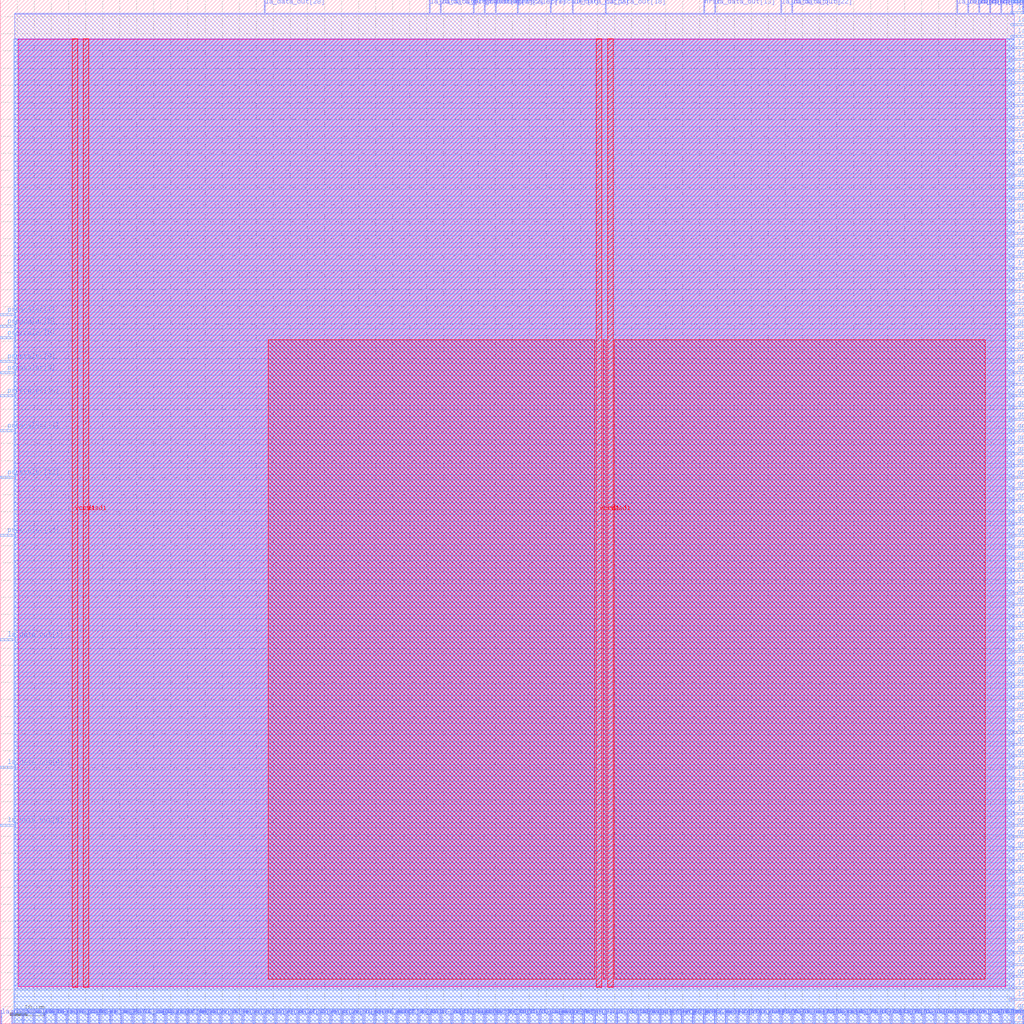
<source format=lef>
VERSION 5.7 ;
  NOWIREEXTENSIONATPIN ON ;
  DIVIDERCHAR "/" ;
  BUSBITCHARS "[]" ;
MACRO team_00
  CLASS BLOCK ;
  FOREIGN team_00 ;
  ORIGIN 0.000 0.000 ;
  SIZE 300.000 BY 300.000 ;
  PIN clk
    DIRECTION INPUT ;
    USE SIGNAL ;
    ANTENNAGATEAREA 1.286700 ;
    ANTENNADIFFAREA 0.434700 ;
    PORT
      LAYER met3 ;
        RECT 296.000 255.040 300.000 255.640 ;
    END
  END clk
  PIN done
    DIRECTION OUTPUT ;
    USE SIGNAL ;
    ANTENNADIFFAREA 0.445500 ;
    PORT
      LAYER met2 ;
        RECT 170.750 0.000 171.030 4.000 ;
    END
  END done
  PIN en
    DIRECTION INPUT ;
    USE SIGNAL ;
    ANTENNAGATEAREA 0.593700 ;
    ANTENNADIFFAREA 0.434700 ;
    PORT
      LAYER met3 ;
        RECT 296.000 0.040 300.000 0.640 ;
    END
  END en
  PIN gpio_in[0]
    DIRECTION INPUT ;
    USE SIGNAL ;
    PORT
      LAYER met2 ;
        RECT 19.410 0.000 19.690 4.000 ;
    END
  END gpio_in[0]
  PIN gpio_in[10]
    DIRECTION INPUT ;
    USE SIGNAL ;
    PORT
      LAYER met2 ;
        RECT 299.550 0.000 299.830 4.000 ;
    END
  END gpio_in[10]
  PIN gpio_in[11]
    DIRECTION INPUT ;
    USE SIGNAL ;
    PORT
      LAYER met2 ;
        RECT 144.990 0.000 145.270 4.000 ;
    END
  END gpio_in[11]
  PIN gpio_in[12]
    DIRECTION INPUT ;
    USE SIGNAL ;
    PORT
      LAYER met2 ;
        RECT 70.930 0.000 71.210 4.000 ;
    END
  END gpio_in[12]
  PIN gpio_in[13]
    DIRECTION INPUT ;
    USE SIGNAL ;
    PORT
      LAYER met2 ;
        RECT 141.770 0.000 142.050 4.000 ;
    END
  END gpio_in[13]
  PIN gpio_in[14]
    DIRECTION INPUT ;
    USE SIGNAL ;
    PORT
      LAYER met2 ;
        RECT 32.290 0.000 32.570 4.000 ;
    END
  END gpio_in[14]
  PIN gpio_in[15]
    DIRECTION INPUT ;
    USE SIGNAL ;
    PORT
      LAYER met2 ;
        RECT 29.070 0.000 29.350 4.000 ;
    END
  END gpio_in[15]
  PIN gpio_in[16]
    DIRECTION INPUT ;
    USE SIGNAL ;
    PORT
      LAYER met2 ;
        RECT 61.270 0.000 61.550 4.000 ;
    END
  END gpio_in[16]
  PIN gpio_in[17]
    DIRECTION INPUT ;
    USE SIGNAL ;
    PORT
      LAYER met2 ;
        RECT 296.330 0.000 296.610 4.000 ;
    END
  END gpio_in[17]
  PIN gpio_in[18]
    DIRECTION INPUT ;
    USE SIGNAL ;
    PORT
      LAYER met2 ;
        RECT 51.610 0.000 51.890 4.000 ;
    END
  END gpio_in[18]
  PIN gpio_in[19]
    DIRECTION INPUT ;
    USE SIGNAL ;
    PORT
      LAYER met2 ;
        RECT 283.450 0.000 283.730 4.000 ;
    END
  END gpio_in[19]
  PIN gpio_in[1]
    DIRECTION INPUT ;
    USE SIGNAL ;
    PORT
      LAYER met2 ;
        RECT 38.730 0.000 39.010 4.000 ;
    END
  END gpio_in[1]
  PIN gpio_in[20]
    DIRECTION INPUT ;
    USE SIGNAL ;
    PORT
      LAYER met2 ;
        RECT 58.050 0.000 58.330 4.000 ;
    END
  END gpio_in[20]
  PIN gpio_in[21]
    DIRECTION INPUT ;
    USE SIGNAL ;
    PORT
      LAYER met2 ;
        RECT 109.570 0.000 109.850 4.000 ;
    END
  END gpio_in[21]
  PIN gpio_in[22]
    DIRECTION INPUT ;
    USE SIGNAL ;
    PORT
      LAYER met2 ;
        RECT 54.830 0.000 55.110 4.000 ;
    END
  END gpio_in[22]
  PIN gpio_in[23]
    DIRECTION INPUT ;
    USE SIGNAL ;
    PORT
      LAYER met2 ;
        RECT 116.010 0.000 116.290 4.000 ;
    END
  END gpio_in[23]
  PIN gpio_in[24]
    DIRECTION INPUT ;
    USE SIGNAL ;
    PORT
      LAYER met2 ;
        RECT 248.030 0.000 248.310 4.000 ;
    END
  END gpio_in[24]
  PIN gpio_in[25]
    DIRECTION INPUT ;
    USE SIGNAL ;
    PORT
      LAYER met2 ;
        RECT 67.710 0.000 67.990 4.000 ;
    END
  END gpio_in[25]
  PIN gpio_in[26]
    DIRECTION INPUT ;
    USE SIGNAL ;
    PORT
      LAYER met2 ;
        RECT 93.470 0.000 93.750 4.000 ;
    END
  END gpio_in[26]
  PIN gpio_in[27]
    DIRECTION INPUT ;
    USE SIGNAL ;
    PORT
      LAYER met2 ;
        RECT 64.490 0.000 64.770 4.000 ;
    END
  END gpio_in[27]
  PIN gpio_in[28]
    DIRECTION INPUT ;
    USE SIGNAL ;
    PORT
      LAYER met2 ;
        RECT 6.530 0.000 6.810 4.000 ;
    END
  END gpio_in[28]
  PIN gpio_in[29]
    DIRECTION INPUT ;
    USE SIGNAL ;
    PORT
      LAYER met2 ;
        RECT 87.030 0.000 87.310 4.000 ;
    END
  END gpio_in[29]
  PIN gpio_in[2]
    DIRECTION INPUT ;
    USE SIGNAL ;
    PORT
      LAYER met2 ;
        RECT 74.150 0.000 74.430 4.000 ;
    END
  END gpio_in[2]
  PIN gpio_in[30]
    DIRECTION INPUT ;
    USE SIGNAL ;
    PORT
      LAYER met2 ;
        RECT 77.370 0.000 77.650 4.000 ;
    END
  END gpio_in[30]
  PIN gpio_in[31]
    DIRECTION INPUT ;
    USE SIGNAL ;
    PORT
      LAYER met2 ;
        RECT 80.590 0.000 80.870 4.000 ;
    END
  END gpio_in[31]
  PIN gpio_in[32]
    DIRECTION INPUT ;
    USE SIGNAL ;
    PORT
      LAYER met2 ;
        RECT 83.810 0.000 84.090 4.000 ;
    END
  END gpio_in[32]
  PIN gpio_in[33]
    DIRECTION INPUT ;
    USE SIGNAL ;
    PORT
      LAYER met2 ;
        RECT 103.130 0.000 103.410 4.000 ;
    END
  END gpio_in[33]
  PIN gpio_in[3]
    DIRECTION INPUT ;
    USE SIGNAL ;
    PORT
      LAYER met2 ;
        RECT 90.250 0.000 90.530 4.000 ;
    END
  END gpio_in[3]
  PIN gpio_in[4]
    DIRECTION INPUT ;
    USE SIGNAL ;
    PORT
      LAYER met2 ;
        RECT 125.670 0.000 125.950 4.000 ;
    END
  END gpio_in[4]
  PIN gpio_in[5]
    DIRECTION INPUT ;
    USE SIGNAL ;
    PORT
      LAYER met2 ;
        RECT 96.690 0.000 96.970 4.000 ;
    END
  END gpio_in[5]
  PIN gpio_in[6]
    DIRECTION INPUT ;
    USE SIGNAL ;
    PORT
      LAYER met2 ;
        RECT 99.910 0.000 100.190 4.000 ;
    END
  END gpio_in[6]
  PIN gpio_in[7]
    DIRECTION INPUT ;
    USE SIGNAL ;
    PORT
      LAYER met2 ;
        RECT 119.230 0.000 119.510 4.000 ;
    END
  END gpio_in[7]
  PIN gpio_in[8]
    DIRECTION INPUT ;
    USE SIGNAL ;
    PORT
      LAYER met2 ;
        RECT 164.310 0.000 164.590 4.000 ;
    END
  END gpio_in[8]
  PIN gpio_in[9]
    DIRECTION INPUT ;
    USE SIGNAL ;
    PORT
      LAYER met2 ;
        RECT 167.530 0.000 167.810 4.000 ;
    END
  END gpio_in[9]
  PIN gpio_oeb[0]
    DIRECTION OUTPUT ;
    USE SIGNAL ;
    ANTENNADIFFAREA 0.445500 ;
    PORT
      LAYER met3 ;
        RECT 296.000 251.640 300.000 252.240 ;
    END
  END gpio_oeb[0]
  PIN gpio_oeb[10]
    DIRECTION OUTPUT ;
    USE SIGNAL ;
    ANTENNADIFFAREA 0.445500 ;
    PORT
      LAYER met3 ;
        RECT 296.000 176.840 300.000 177.440 ;
    END
  END gpio_oeb[10]
  PIN gpio_oeb[11]
    DIRECTION OUTPUT ;
    USE SIGNAL ;
    ANTENNADIFFAREA 0.445500 ;
    PORT
      LAYER met3 ;
        RECT 296.000 224.440 300.000 225.040 ;
    END
  END gpio_oeb[11]
  PIN gpio_oeb[12]
    DIRECTION OUTPUT ;
    USE SIGNAL ;
    ANTENNADIFFAREA 0.445500 ;
    PORT
      LAYER met3 ;
        RECT 296.000 156.440 300.000 157.040 ;
    END
  END gpio_oeb[12]
  PIN gpio_oeb[13]
    DIRECTION OUTPUT ;
    USE SIGNAL ;
    ANTENNADIFFAREA 0.445500 ;
    PORT
      LAYER met3 ;
        RECT 296.000 153.040 300.000 153.640 ;
    END
  END gpio_oeb[13]
  PIN gpio_oeb[14]
    DIRECTION OUTPUT ;
    USE SIGNAL ;
    ANTENNADIFFAREA 0.445500 ;
    PORT
      LAYER met3 ;
        RECT 296.000 200.640 300.000 201.240 ;
    END
  END gpio_oeb[14]
  PIN gpio_oeb[15]
    DIRECTION OUTPUT ;
    USE SIGNAL ;
    ANTENNADIFFAREA 0.445500 ;
    PORT
      LAYER met3 ;
        RECT 296.000 146.240 300.000 146.840 ;
    END
  END gpio_oeb[15]
  PIN gpio_oeb[16]
    DIRECTION OUTPUT ;
    USE SIGNAL ;
    ANTENNADIFFAREA 0.445500 ;
    PORT
      LAYER met3 ;
        RECT 296.000 170.040 300.000 170.640 ;
    END
  END gpio_oeb[16]
  PIN gpio_oeb[17]
    DIRECTION OUTPUT ;
    USE SIGNAL ;
    ANTENNADIFFAREA 0.445500 ;
    PORT
      LAYER met3 ;
        RECT 296.000 115.640 300.000 116.240 ;
    END
  END gpio_oeb[17]
  PIN gpio_oeb[18]
    DIRECTION OUTPUT ;
    USE SIGNAL ;
    ANTENNADIFFAREA 0.445500 ;
    PORT
      LAYER met3 ;
        RECT 296.000 193.840 300.000 194.440 ;
    END
  END gpio_oeb[18]
  PIN gpio_oeb[19]
    DIRECTION OUTPUT ;
    USE SIGNAL ;
    ANTENNADIFFAREA 0.445500 ;
    PORT
      LAYER met3 ;
        RECT 296.000 163.240 300.000 163.840 ;
    END
  END gpio_oeb[19]
  PIN gpio_oeb[1]
    DIRECTION OUTPUT ;
    USE SIGNAL ;
    ANTENNADIFFAREA 0.445500 ;
    PORT
      LAYER met3 ;
        RECT 296.000 238.040 300.000 238.640 ;
    END
  END gpio_oeb[1]
  PIN gpio_oeb[20]
    DIRECTION OUTPUT ;
    USE SIGNAL ;
    ANTENNADIFFAREA 0.445500 ;
    PORT
      LAYER met3 ;
        RECT 296.000 3.440 300.000 4.040 ;
    END
  END gpio_oeb[20]
  PIN gpio_oeb[21]
    DIRECTION OUTPUT ;
    USE SIGNAL ;
    ANTENNADIFFAREA 0.445500 ;
    PORT
      LAYER met3 ;
        RECT 296.000 159.840 300.000 160.440 ;
    END
  END gpio_oeb[21]
  PIN gpio_oeb[22]
    DIRECTION OUTPUT ;
    USE SIGNAL ;
    ANTENNADIFFAREA 0.445500 ;
    PORT
      LAYER met3 ;
        RECT 296.000 183.640 300.000 184.240 ;
    END
  END gpio_oeb[22]
  PIN gpio_oeb[23]
    DIRECTION OUTPUT ;
    USE SIGNAL ;
    ANTENNADIFFAREA 0.445500 ;
    PORT
      LAYER met3 ;
        RECT 296.000 227.840 300.000 228.440 ;
    END
  END gpio_oeb[23]
  PIN gpio_oeb[24]
    DIRECTION OUTPUT ;
    USE SIGNAL ;
    ANTENNADIFFAREA 0.445500 ;
    PORT
      LAYER met3 ;
        RECT 296.000 190.440 300.000 191.040 ;
    END
  END gpio_oeb[24]
  PIN gpio_oeb[25]
    DIRECTION OUTPUT ;
    USE SIGNAL ;
    ANTENNADIFFAREA 0.445500 ;
    PORT
      LAYER met3 ;
        RECT 296.000 248.240 300.000 248.840 ;
    END
  END gpio_oeb[25]
  PIN gpio_oeb[26]
    DIRECTION OUTPUT ;
    USE SIGNAL ;
    ANTENNADIFFAREA 0.445500 ;
    PORT
      LAYER met3 ;
        RECT 296.000 180.240 300.000 180.840 ;
    END
  END gpio_oeb[26]
  PIN gpio_oeb[27]
    DIRECTION OUTPUT ;
    USE SIGNAL ;
    ANTENNADIFFAREA 0.445500 ;
    PORT
      LAYER met3 ;
        RECT 296.000 204.040 300.000 204.640 ;
    END
  END gpio_oeb[27]
  PIN gpio_oeb[28]
    DIRECTION OUTPUT ;
    USE SIGNAL ;
    ANTENNADIFFAREA 0.445500 ;
    PORT
      LAYER met3 ;
        RECT 296.000 173.440 300.000 174.040 ;
    END
  END gpio_oeb[28]
  PIN gpio_oeb[29]
    DIRECTION OUTPUT ;
    USE SIGNAL ;
    ANTENNADIFFAREA 0.445500 ;
    PORT
      LAYER met3 ;
        RECT 296.000 125.840 300.000 126.440 ;
    END
  END gpio_oeb[29]
  PIN gpio_oeb[2]
    DIRECTION OUTPUT ;
    USE SIGNAL ;
    ANTENNADIFFAREA 0.445500 ;
    PORT
      LAYER met3 ;
        RECT 296.000 136.040 300.000 136.640 ;
    END
  END gpio_oeb[2]
  PIN gpio_oeb[30]
    DIRECTION OUTPUT ;
    USE SIGNAL ;
    ANTENNADIFFAREA 0.445500 ;
    PORT
      LAYER met3 ;
        RECT 296.000 207.440 300.000 208.040 ;
    END
  END gpio_oeb[30]
  PIN gpio_oeb[31]
    DIRECTION OUTPUT ;
    USE SIGNAL ;
    ANTENNADIFFAREA 0.445500 ;
    PORT
      LAYER met3 ;
        RECT 296.000 244.840 300.000 245.440 ;
    END
  END gpio_oeb[31]
  PIN gpio_oeb[32]
    DIRECTION OUTPUT ;
    USE SIGNAL ;
    ANTENNADIFFAREA 0.445500 ;
    PORT
      LAYER met3 ;
        RECT 296.000 241.440 300.000 242.040 ;
    END
  END gpio_oeb[32]
  PIN gpio_oeb[33]
    DIRECTION OUTPUT ;
    USE SIGNAL ;
    ANTENNADIFFAREA 0.445500 ;
    PORT
      LAYER met3 ;
        RECT 296.000 139.440 300.000 140.040 ;
    END
  END gpio_oeb[33]
  PIN gpio_oeb[3]
    DIRECTION OUTPUT ;
    USE SIGNAL ;
    ANTENNADIFFAREA 0.445500 ;
    PORT
      LAYER met3 ;
        RECT 296.000 142.840 300.000 143.440 ;
    END
  END gpio_oeb[3]
  PIN gpio_oeb[4]
    DIRECTION OUTPUT ;
    USE SIGNAL ;
    ANTENNADIFFAREA 0.445500 ;
    PORT
      LAYER met3 ;
        RECT 296.000 197.240 300.000 197.840 ;
    END
  END gpio_oeb[4]
  PIN gpio_oeb[5]
    DIRECTION OUTPUT ;
    USE SIGNAL ;
    ANTENNADIFFAREA 0.445500 ;
    PORT
      LAYER met3 ;
        RECT 296.000 149.640 300.000 150.240 ;
    END
  END gpio_oeb[5]
  PIN gpio_oeb[6]
    DIRECTION OUTPUT ;
    USE SIGNAL ;
    ANTENNADIFFAREA 0.445500 ;
    PORT
      LAYER met3 ;
        RECT 296.000 166.640 300.000 167.240 ;
    END
  END gpio_oeb[6]
  PIN gpio_oeb[7]
    DIRECTION OUTPUT ;
    USE SIGNAL ;
    ANTENNADIFFAREA 0.445500 ;
    PORT
      LAYER met3 ;
        RECT 296.000 122.440 300.000 123.040 ;
    END
  END gpio_oeb[7]
  PIN gpio_oeb[8]
    DIRECTION OUTPUT ;
    USE SIGNAL ;
    ANTENNADIFFAREA 0.445500 ;
    PORT
      LAYER met3 ;
        RECT 296.000 132.640 300.000 133.240 ;
    END
  END gpio_oeb[8]
  PIN gpio_oeb[9]
    DIRECTION OUTPUT ;
    USE SIGNAL ;
    ANTENNADIFFAREA 0.445500 ;
    PORT
      LAYER met3 ;
        RECT 296.000 217.640 300.000 218.240 ;
    END
  END gpio_oeb[9]
  PIN gpio_out[0]
    DIRECTION OUTPUT ;
    USE SIGNAL ;
    ANTENNADIFFAREA 0.445500 ;
    PORT
      LAYER met2 ;
        RECT 196.510 0.000 196.790 4.000 ;
    END
  END gpio_out[0]
  PIN gpio_out[10]
    DIRECTION OUTPUT ;
    USE SIGNAL ;
    ANTENNADIFFAREA 0.445500 ;
    PORT
      LAYER met3 ;
        RECT 296.000 13.640 300.000 14.240 ;
    END
  END gpio_out[10]
  PIN gpio_out[11]
    DIRECTION OUTPUT ;
    USE SIGNAL ;
    ANTENNADIFFAREA 0.445500 ;
    PORT
      LAYER met3 ;
        RECT 296.000 54.440 300.000 55.040 ;
    END
  END gpio_out[11]
  PIN gpio_out[12]
    DIRECTION OUTPUT ;
    USE SIGNAL ;
    ANTENNADIFFAREA 0.445500 ;
    PORT
      LAYER met3 ;
        RECT 296.000 20.440 300.000 21.040 ;
    END
  END gpio_out[12]
  PIN gpio_out[13]
    DIRECTION OUTPUT ;
    USE SIGNAL ;
    ANTENNADIFFAREA 0.445500 ;
    PORT
      LAYER met3 ;
        RECT 296.000 30.640 300.000 31.240 ;
    END
  END gpio_out[13]
  PIN gpio_out[14]
    DIRECTION OUTPUT ;
    USE SIGNAL ;
    ANTENNADIFFAREA 0.445500 ;
    PORT
      LAYER met3 ;
        RECT 296.000 40.840 300.000 41.440 ;
    END
  END gpio_out[14]
  PIN gpio_out[15]
    DIRECTION OUTPUT ;
    USE SIGNAL ;
    ANTENNADIFFAREA 0.445500 ;
    PORT
      LAYER met3 ;
        RECT 296.000 88.440 300.000 89.040 ;
    END
  END gpio_out[15]
  PIN gpio_out[16]
    DIRECTION OUTPUT ;
    USE SIGNAL ;
    ANTENNADIFFAREA 0.445500 ;
    PORT
      LAYER met3 ;
        RECT 296.000 91.840 300.000 92.440 ;
    END
  END gpio_out[16]
  PIN gpio_out[17]
    DIRECTION OUTPUT ;
    USE SIGNAL ;
    ANTENNADIFFAREA 0.445500 ;
    PORT
      LAYER met3 ;
        RECT 296.000 51.040 300.000 51.640 ;
    END
  END gpio_out[17]
  PIN gpio_out[18]
    DIRECTION OUTPUT ;
    USE SIGNAL ;
    ANTENNADIFFAREA 0.445500 ;
    PORT
      LAYER met3 ;
        RECT 296.000 44.240 300.000 44.840 ;
    END
  END gpio_out[18]
  PIN gpio_out[19]
    DIRECTION OUTPUT ;
    USE SIGNAL ;
    ANTENNADIFFAREA 0.445500 ;
    PORT
      LAYER met2 ;
        RECT 219.050 0.000 219.330 4.000 ;
    END
  END gpio_out[19]
  PIN gpio_out[1]
    DIRECTION OUTPUT ;
    USE SIGNAL ;
    ANTENNADIFFAREA 0.445500 ;
    PORT
      LAYER met3 ;
        RECT 296.000 27.240 300.000 27.840 ;
    END
  END gpio_out[1]
  PIN gpio_out[20]
    DIRECTION OUTPUT ;
    USE SIGNAL ;
    ANTENNADIFFAREA 0.445500 ;
    PORT
      LAYER met2 ;
        RECT 209.390 0.000 209.670 4.000 ;
    END
  END gpio_out[20]
  PIN gpio_out[21]
    DIRECTION OUTPUT ;
    USE SIGNAL ;
    ANTENNADIFFAREA 0.445500 ;
    PORT
      LAYER met3 ;
        RECT 296.000 108.840 300.000 109.440 ;
    END
  END gpio_out[21]
  PIN gpio_out[22]
    DIRECTION OUTPUT ;
    USE SIGNAL ;
    ANTENNADIFFAREA 0.445500 ;
    PORT
      LAYER met3 ;
        RECT 296.000 105.440 300.000 106.040 ;
    END
  END gpio_out[22]
  PIN gpio_out[23]
    DIRECTION OUTPUT ;
    USE SIGNAL ;
    ANTENNADIFFAREA 0.445500 ;
    PORT
      LAYER met3 ;
        RECT 296.000 57.840 300.000 58.440 ;
    END
  END gpio_out[23]
  PIN gpio_out[24]
    DIRECTION OUTPUT ;
    USE SIGNAL ;
    ANTENNADIFFAREA 0.445500 ;
    PORT
      LAYER met3 ;
        RECT 296.000 64.640 300.000 65.240 ;
    END
  END gpio_out[24]
  PIN gpio_out[25]
    DIRECTION OUTPUT ;
    USE SIGNAL ;
    ANTENNADIFFAREA 0.445500 ;
    PORT
      LAYER met3 ;
        RECT 296.000 74.840 300.000 75.440 ;
    END
  END gpio_out[25]
  PIN gpio_out[26]
    DIRECTION OUTPUT ;
    USE SIGNAL ;
    ANTENNADIFFAREA 0.445500 ;
    PORT
      LAYER met3 ;
        RECT 296.000 98.640 300.000 99.240 ;
    END
  END gpio_out[26]
  PIN gpio_out[27]
    DIRECTION OUTPUT ;
    USE SIGNAL ;
    ANTENNADIFFAREA 0.445500 ;
    PORT
      LAYER met3 ;
        RECT 296.000 78.240 300.000 78.840 ;
    END
  END gpio_out[27]
  PIN gpio_out[28]
    DIRECTION OUTPUT ;
    USE SIGNAL ;
    ANTENNADIFFAREA 0.445500 ;
    PORT
      LAYER met3 ;
        RECT 296.000 112.240 300.000 112.840 ;
    END
  END gpio_out[28]
  PIN gpio_out[29]
    DIRECTION OUTPUT ;
    USE SIGNAL ;
    ANTENNADIFFAREA 0.445500 ;
    PORT
      LAYER met3 ;
        RECT 296.000 34.040 300.000 34.640 ;
    END
  END gpio_out[29]
  PIN gpio_out[2]
    DIRECTION OUTPUT ;
    USE SIGNAL ;
    ANTENNADIFFAREA 0.445500 ;
    PORT
      LAYER met3 ;
        RECT 296.000 102.040 300.000 102.640 ;
    END
  END gpio_out[2]
  PIN gpio_out[30]
    DIRECTION OUTPUT ;
    USE SIGNAL ;
    ANTENNADIFFAREA 0.445500 ;
    PORT
      LAYER met3 ;
        RECT 296.000 23.840 300.000 24.440 ;
    END
  END gpio_out[30]
  PIN gpio_out[31]
    DIRECTION OUTPUT ;
    USE SIGNAL ;
    ANTENNADIFFAREA 0.445500 ;
    PORT
      LAYER met2 ;
        RECT 190.070 0.000 190.350 4.000 ;
    END
  END gpio_out[31]
  PIN gpio_out[32]
    DIRECTION OUTPUT ;
    USE SIGNAL ;
    ANTENNADIFFAREA 0.445500 ;
    PORT
      LAYER met2 ;
        RECT 199.730 0.000 200.010 4.000 ;
    END
  END gpio_out[32]
  PIN gpio_out[33]
    DIRECTION OUTPUT ;
    USE SIGNAL ;
    ANTENNADIFFAREA 0.445500 ;
    PORT
      LAYER met2 ;
        RECT 193.290 0.000 193.570 4.000 ;
    END
  END gpio_out[33]
  PIN gpio_out[3]
    DIRECTION OUTPUT ;
    USE SIGNAL ;
    ANTENNADIFFAREA 0.445500 ;
    PORT
      LAYER met2 ;
        RECT 212.610 0.000 212.890 4.000 ;
    END
  END gpio_out[3]
  PIN gpio_out[4]
    DIRECTION OUTPUT ;
    USE SIGNAL ;
    ANTENNADIFFAREA 0.445500 ;
    PORT
      LAYER met2 ;
        RECT 206.170 0.000 206.450 4.000 ;
    END
  END gpio_out[4]
  PIN gpio_out[5]
    DIRECTION OUTPUT ;
    USE SIGNAL ;
    ANTENNADIFFAREA 0.445500 ;
    PORT
      LAYER met3 ;
        RECT 296.000 37.440 300.000 38.040 ;
    END
  END gpio_out[5]
  PIN gpio_out[6]
    DIRECTION OUTPUT ;
    USE SIGNAL ;
    ANTENNADIFFAREA 0.445500 ;
    PORT
      LAYER met3 ;
        RECT 296.000 47.640 300.000 48.240 ;
    END
  END gpio_out[6]
  PIN gpio_out[7]
    DIRECTION OUTPUT ;
    USE SIGNAL ;
    ANTENNADIFFAREA 0.445500 ;
    PORT
      LAYER met3 ;
        RECT 296.000 95.240 300.000 95.840 ;
    END
  END gpio_out[7]
  PIN gpio_out[8]
    DIRECTION OUTPUT ;
    USE SIGNAL ;
    ANTENNADIFFAREA 0.445500 ;
    PORT
      LAYER met3 ;
        RECT 296.000 81.640 300.000 82.240 ;
    END
  END gpio_out[8]
  PIN gpio_out[9]
    DIRECTION OUTPUT ;
    USE SIGNAL ;
    ANTENNADIFFAREA 0.445500 ;
    PORT
      LAYER met3 ;
        RECT 296.000 85.040 300.000 85.640 ;
    END
  END gpio_out[9]
  PIN la_data_in[0]
    DIRECTION INPUT ;
    USE SIGNAL ;
    ANTENNAGATEAREA 0.631200 ;
    ANTENNADIFFAREA 0.434700 ;
    PORT
      LAYER met3 ;
        RECT 296.000 129.240 300.000 129.840 ;
    END
  END la_data_in[0]
  PIN la_data_in[10]
    DIRECTION INPUT ;
    USE SIGNAL ;
    PORT
      LAYER met2 ;
        RECT 112.790 0.000 113.070 4.000 ;
    END
  END la_data_in[10]
  PIN la_data_in[11]
    DIRECTION INPUT ;
    USE SIGNAL ;
    PORT
      LAYER met2 ;
        RECT 270.570 0.000 270.850 4.000 ;
    END
  END la_data_in[11]
  PIN la_data_in[12]
    DIRECTION INPUT ;
    USE SIGNAL ;
    PORT
      LAYER met2 ;
        RECT 138.550 0.000 138.830 4.000 ;
    END
  END la_data_in[12]
  PIN la_data_in[13]
    DIRECTION INPUT ;
    USE SIGNAL ;
    PORT
      LAYER met2 ;
        RECT 122.450 0.000 122.730 4.000 ;
    END
  END la_data_in[13]
  PIN la_data_in[14]
    DIRECTION INPUT ;
    USE SIGNAL ;
    PORT
      LAYER met2 ;
        RECT 45.170 0.000 45.450 4.000 ;
    END
  END la_data_in[14]
  PIN la_data_in[15]
    DIRECTION INPUT ;
    USE SIGNAL ;
    PORT
      LAYER met2 ;
        RECT 128.890 0.000 129.170 4.000 ;
    END
  END la_data_in[15]
  PIN la_data_in[16]
    DIRECTION INPUT ;
    USE SIGNAL ;
    PORT
      LAYER met2 ;
        RECT 3.310 0.000 3.590 4.000 ;
    END
  END la_data_in[16]
  PIN la_data_in[17]
    DIRECTION INPUT ;
    USE SIGNAL ;
    PORT
      LAYER met2 ;
        RECT 286.670 0.000 286.950 4.000 ;
    END
  END la_data_in[17]
  PIN la_data_in[18]
    DIRECTION INPUT ;
    USE SIGNAL ;
    PORT
      LAYER met2 ;
        RECT 157.870 0.000 158.150 4.000 ;
    END
  END la_data_in[18]
  PIN la_data_in[19]
    DIRECTION INPUT ;
    USE SIGNAL ;
    PORT
      LAYER met2 ;
        RECT 280.230 0.000 280.510 4.000 ;
    END
  END la_data_in[19]
  PIN la_data_in[1]
    DIRECTION INPUT ;
    USE SIGNAL ;
    ANTENNAGATEAREA 0.631200 ;
    ANTENNADIFFAREA 0.434700 ;
    PORT
      LAYER met3 ;
        RECT 296.000 10.240 300.000 10.840 ;
    END
  END la_data_in[1]
  PIN la_data_in[20]
    DIRECTION INPUT ;
    USE SIGNAL ;
    PORT
      LAYER met2 ;
        RECT 9.750 0.000 10.030 4.000 ;
    END
  END la_data_in[20]
  PIN la_data_in[21]
    DIRECTION INPUT ;
    USE SIGNAL ;
    PORT
      LAYER met2 ;
        RECT 41.950 0.000 42.230 4.000 ;
    END
  END la_data_in[21]
  PIN la_data_in[22]
    DIRECTION INPUT ;
    USE SIGNAL ;
    PORT
      LAYER met2 ;
        RECT 151.430 0.000 151.710 4.000 ;
    END
  END la_data_in[22]
  PIN la_data_in[23]
    DIRECTION INPUT ;
    USE SIGNAL ;
    PORT
      LAYER met2 ;
        RECT 264.130 0.000 264.410 4.000 ;
    END
  END la_data_in[23]
  PIN la_data_in[24]
    DIRECTION INPUT ;
    USE SIGNAL ;
    PORT
      LAYER met2 ;
        RECT 277.010 0.000 277.290 4.000 ;
    END
  END la_data_in[24]
  PIN la_data_in[25]
    DIRECTION INPUT ;
    USE SIGNAL ;
    PORT
      LAYER met2 ;
        RECT 273.790 0.000 274.070 4.000 ;
    END
  END la_data_in[25]
  PIN la_data_in[26]
    DIRECTION INPUT ;
    USE SIGNAL ;
    PORT
      LAYER met2 ;
        RECT 186.850 0.000 187.130 4.000 ;
    END
  END la_data_in[26]
  PIN la_data_in[27]
    DIRECTION INPUT ;
    USE SIGNAL ;
    PORT
      LAYER met2 ;
        RECT 228.710 0.000 228.990 4.000 ;
    END
  END la_data_in[27]
  PIN la_data_in[28]
    DIRECTION INPUT ;
    USE SIGNAL ;
    PORT
      LAYER met2 ;
        RECT 0.090 0.000 0.370 4.000 ;
    END
  END la_data_in[28]
  PIN la_data_in[29]
    DIRECTION INPUT ;
    USE SIGNAL ;
    PORT
      LAYER met2 ;
        RECT 48.390 0.000 48.670 4.000 ;
    END
  END la_data_in[29]
  PIN la_data_in[2]
    DIRECTION INPUT ;
    USE SIGNAL ;
    PORT
      LAYER met2 ;
        RECT 241.590 0.000 241.870 4.000 ;
    END
  END la_data_in[2]
  PIN la_data_in[30]
    DIRECTION INPUT ;
    USE SIGNAL ;
    PORT
      LAYER met2 ;
        RECT 22.630 0.000 22.910 4.000 ;
    END
  END la_data_in[30]
  PIN la_data_in[31]
    DIRECTION INPUT ;
    USE SIGNAL ;
    PORT
      LAYER met2 ;
        RECT 12.970 0.000 13.250 4.000 ;
    END
  END la_data_in[31]
  PIN la_data_in[3]
    DIRECTION INPUT ;
    USE SIGNAL ;
    PORT
      LAYER met2 ;
        RECT 35.510 0.000 35.790 4.000 ;
    END
  END la_data_in[3]
  PIN la_data_in[4]
    DIRECTION INPUT ;
    USE SIGNAL ;
    PORT
      LAYER met2 ;
        RECT 251.250 0.000 251.530 4.000 ;
    END
  END la_data_in[4]
  PIN la_data_in[5]
    DIRECTION INPUT ;
    USE SIGNAL ;
    PORT
      LAYER met2 ;
        RECT 231.930 0.000 232.210 4.000 ;
    END
  END la_data_in[5]
  PIN la_data_in[6]
    DIRECTION INPUT ;
    USE SIGNAL ;
    PORT
      LAYER met2 ;
        RECT 238.370 0.000 238.650 4.000 ;
    END
  END la_data_in[6]
  PIN la_data_in[7]
    DIRECTION INPUT ;
    USE SIGNAL ;
    PORT
      LAYER met2 ;
        RECT 25.850 0.000 26.130 4.000 ;
    END
  END la_data_in[7]
  PIN la_data_in[8]
    DIRECTION INPUT ;
    USE SIGNAL ;
    PORT
      LAYER met2 ;
        RECT 16.190 0.000 16.470 4.000 ;
    END
  END la_data_in[8]
  PIN la_data_in[9]
    DIRECTION INPUT ;
    USE SIGNAL ;
    PORT
      LAYER met2 ;
        RECT 267.350 0.000 267.630 4.000 ;
    END
  END la_data_in[9]
  PIN la_data_out[0]
    DIRECTION OUTPUT ;
    USE SIGNAL ;
    PORT
      LAYER met2 ;
        RECT 161.090 0.000 161.370 4.000 ;
    END
  END la_data_out[0]
  PIN la_data_out[10]
    DIRECTION OUTPUT ;
    USE SIGNAL ;
    PORT
      LAYER met2 ;
        RECT 228.710 296.000 228.990 300.000 ;
    END
  END la_data_out[10]
  PIN la_data_out[11]
    DIRECTION OUTPUT ;
    USE SIGNAL ;
    PORT
      LAYER met2 ;
        RECT 106.350 0.000 106.630 4.000 ;
    END
  END la_data_out[11]
  PIN la_data_out[12]
    DIRECTION OUTPUT ;
    USE SIGNAL ;
    PORT
      LAYER met2 ;
        RECT 183.630 0.000 183.910 4.000 ;
    END
  END la_data_out[12]
  PIN la_data_out[13]
    DIRECTION OUTPUT ;
    USE SIGNAL ;
    PORT
      LAYER met2 ;
        RECT 209.390 296.000 209.670 300.000 ;
    END
  END la_data_out[13]
  PIN la_data_out[14]
    DIRECTION OUTPUT ;
    USE SIGNAL ;
    PORT
      LAYER met3 ;
        RECT 296.000 210.840 300.000 211.440 ;
    END
  END la_data_out[14]
  PIN la_data_out[15]
    DIRECTION OUTPUT ;
    USE SIGNAL ;
    PORT
      LAYER met2 ;
        RECT 125.670 296.000 125.950 300.000 ;
    END
  END la_data_out[15]
  PIN la_data_out[16]
    DIRECTION OUTPUT ;
    USE SIGNAL ;
    PORT
      LAYER met3 ;
        RECT 296.000 17.040 300.000 17.640 ;
    END
  END la_data_out[16]
  PIN la_data_out[17]
    DIRECTION OUTPUT ;
    USE SIGNAL ;
    PORT
      LAYER met3 ;
        RECT 296.000 187.040 300.000 187.640 ;
    END
  END la_data_out[17]
  PIN la_data_out[18]
    DIRECTION OUTPUT ;
    USE SIGNAL ;
    PORT
      LAYER met2 ;
        RECT 177.190 296.000 177.470 300.000 ;
    END
  END la_data_out[18]
  PIN la_data_out[19]
    DIRECTION OUTPUT ;
    USE SIGNAL ;
    PORT
      LAYER met3 ;
        RECT 296.000 234.640 300.000 235.240 ;
    END
  END la_data_out[19]
  PIN la_data_out[1]
    DIRECTION OUTPUT ;
    USE SIGNAL ;
    PORT
      LAYER met3 ;
        RECT 0.000 112.240 4.000 112.840 ;
    END
  END la_data_out[1]
  PIN la_data_out[20]
    DIRECTION OUTPUT ;
    USE SIGNAL ;
    PORT
      LAYER met3 ;
        RECT 296.000 68.040 300.000 68.640 ;
    END
  END la_data_out[20]
  PIN la_data_out[21]
    DIRECTION OUTPUT ;
    USE SIGNAL ;
    PORT
      LAYER met2 ;
        RECT 135.330 0.000 135.610 4.000 ;
    END
  END la_data_out[21]
  PIN la_data_out[22]
    DIRECTION OUTPUT ;
    USE SIGNAL ;
    PORT
      LAYER met2 ;
        RECT 231.930 296.000 232.210 300.000 ;
    END
  END la_data_out[22]
  PIN la_data_out[23]
    DIRECTION OUTPUT ;
    USE SIGNAL ;
    PORT
      LAYER met2 ;
        RECT 202.950 0.000 203.230 4.000 ;
    END
  END la_data_out[23]
  PIN la_data_out[24]
    DIRECTION OUTPUT ;
    USE SIGNAL ;
    PORT
      LAYER met3 ;
        RECT 296.000 231.240 300.000 231.840 ;
    END
  END la_data_out[24]
  PIN la_data_out[25]
    DIRECTION OUTPUT ;
    USE SIGNAL ;
    PORT
      LAYER met3 ;
        RECT 296.000 221.040 300.000 221.640 ;
    END
  END la_data_out[25]
  PIN la_data_out[26]
    DIRECTION OUTPUT ;
    USE SIGNAL ;
    PORT
      LAYER met2 ;
        RECT 132.110 0.000 132.390 4.000 ;
    END
  END la_data_out[26]
  PIN la_data_out[27]
    DIRECTION OUTPUT ;
    USE SIGNAL ;
    PORT
      LAYER met2 ;
        RECT 215.830 0.000 216.110 4.000 ;
    END
  END la_data_out[27]
  PIN la_data_out[28]
    DIRECTION OUTPUT ;
    USE SIGNAL ;
    PORT
      LAYER met2 ;
        RECT 77.370 296.000 77.650 300.000 ;
    END
  END la_data_out[28]
  PIN la_data_out[29]
    DIRECTION OUTPUT ;
    USE SIGNAL ;
    PORT
      LAYER met3 ;
        RECT 296.000 61.240 300.000 61.840 ;
    END
  END la_data_out[29]
  PIN la_data_out[2]
    DIRECTION OUTPUT ;
    USE SIGNAL ;
    PORT
      LAYER met2 ;
        RECT 167.530 296.000 167.810 300.000 ;
    END
  END la_data_out[2]
  PIN la_data_out[30]
    DIRECTION OUTPUT ;
    USE SIGNAL ;
    PORT
      LAYER met2 ;
        RECT 173.970 0.000 174.250 4.000 ;
    END
  END la_data_out[30]
  PIN la_data_out[31]
    DIRECTION OUTPUT ;
    USE SIGNAL ;
    PORT
      LAYER met3 ;
        RECT 296.000 214.240 300.000 214.840 ;
    END
  END la_data_out[31]
  PIN la_data_out[3]
    DIRECTION OUTPUT ;
    USE SIGNAL ;
    PORT
      LAYER met2 ;
        RECT 180.410 0.000 180.690 4.000 ;
    END
  END la_data_out[3]
  PIN la_data_out[4]
    DIRECTION OUTPUT ;
    USE SIGNAL ;
    PORT
      LAYER met3 ;
        RECT 296.000 71.440 300.000 72.040 ;
    END
  END la_data_out[4]
  PIN la_data_out[5]
    DIRECTION OUTPUT ;
    USE SIGNAL ;
    PORT
      LAYER met2 ;
        RECT 128.890 296.000 129.170 300.000 ;
    END
  END la_data_out[5]
  PIN la_data_out[6]
    DIRECTION OUTPUT ;
    USE SIGNAL ;
    PORT
      LAYER met3 ;
        RECT 0.000 57.840 4.000 58.440 ;
    END
  END la_data_out[6]
  PIN la_data_out[7]
    DIRECTION OUTPUT ;
    USE SIGNAL ;
    PORT
      LAYER met2 ;
        RECT 177.190 0.000 177.470 4.000 ;
    END
  END la_data_out[7]
  PIN la_data_out[8]
    DIRECTION OUTPUT ;
    USE SIGNAL ;
    PORT
      LAYER met2 ;
        RECT 154.650 0.000 154.930 4.000 ;
    END
  END la_data_out[8]
  PIN la_data_out[9]
    DIRECTION OUTPUT ;
    USE SIGNAL ;
    PORT
      LAYER met3 ;
        RECT 0.000 74.840 4.000 75.440 ;
    END
  END la_data_out[9]
  PIN la_oenb[0]
    DIRECTION INPUT ;
    USE SIGNAL ;
    ANTENNAGATEAREA 0.631200 ;
    ANTENNADIFFAREA 0.434700 ;
    PORT
      LAYER met3 ;
        RECT 296.000 6.840 300.000 7.440 ;
    END
  END la_oenb[0]
  PIN la_oenb[10]
    DIRECTION INPUT ;
    USE SIGNAL ;
    PORT
      LAYER met2 ;
        RECT 225.490 0.000 225.770 4.000 ;
    END
  END la_oenb[10]
  PIN la_oenb[11]
    DIRECTION INPUT ;
    USE SIGNAL ;
    PORT
      LAYER met2 ;
        RECT 148.210 0.000 148.490 4.000 ;
    END
  END la_oenb[11]
  PIN la_oenb[12]
    DIRECTION INPUT ;
    USE SIGNAL ;
    PORT
      LAYER met2 ;
        RECT 257.690 0.000 257.970 4.000 ;
    END
  END la_oenb[12]
  PIN la_oenb[13]
    DIRECTION INPUT ;
    USE SIGNAL ;
    PORT
      LAYER met2 ;
        RECT 260.910 0.000 261.190 4.000 ;
    END
  END la_oenb[13]
  PIN la_oenb[14]
    DIRECTION INPUT ;
    USE SIGNAL ;
    PORT
      LAYER met2 ;
        RECT 244.810 0.000 245.090 4.000 ;
    END
  END la_oenb[14]
  PIN la_oenb[15]
    DIRECTION INPUT ;
    USE SIGNAL ;
    PORT
      LAYER met2 ;
        RECT 222.270 0.000 222.550 4.000 ;
    END
  END la_oenb[15]
  PIN la_oenb[16]
    DIRECTION INPUT ;
    USE SIGNAL ;
    PORT
      LAYER met2 ;
        RECT 293.110 0.000 293.390 4.000 ;
    END
  END la_oenb[16]
  PIN la_oenb[17]
    DIRECTION INPUT ;
    USE SIGNAL ;
    PORT
      LAYER met2 ;
        RECT 254.470 0.000 254.750 4.000 ;
    END
  END la_oenb[17]
  PIN la_oenb[18]
    DIRECTION INPUT ;
    USE SIGNAL ;
    PORT
      LAYER met2 ;
        RECT 289.890 0.000 290.170 4.000 ;
    END
  END la_oenb[18]
  PIN la_oenb[19]
    DIRECTION INPUT ;
    USE SIGNAL ;
    PORT
      LAYER met2 ;
        RECT 235.150 0.000 235.430 4.000 ;
    END
  END la_oenb[19]
  PIN la_oenb[1]
    DIRECTION INPUT ;
    USE SIGNAL ;
    ANTENNAGATEAREA 0.631200 ;
    ANTENNADIFFAREA 0.434700 ;
    PORT
      LAYER met3 ;
        RECT 296.000 119.040 300.000 119.640 ;
    END
  END la_oenb[1]
  PIN la_oenb[20]
    DIRECTION INPUT ;
    USE SIGNAL ;
    PORT
      LAYER met3 ;
        RECT 296.000 275.440 300.000 276.040 ;
    END
  END la_oenb[20]
  PIN la_oenb[21]
    DIRECTION INPUT ;
    USE SIGNAL ;
    PORT
      LAYER met3 ;
        RECT 296.000 268.640 300.000 269.240 ;
    END
  END la_oenb[21]
  PIN la_oenb[22]
    DIRECTION INPUT ;
    USE SIGNAL ;
    PORT
      LAYER met3 ;
        RECT 296.000 278.840 300.000 279.440 ;
    END
  END la_oenb[22]
  PIN la_oenb[23]
    DIRECTION INPUT ;
    USE SIGNAL ;
    PORT
      LAYER met3 ;
        RECT 296.000 282.240 300.000 282.840 ;
    END
  END la_oenb[23]
  PIN la_oenb[24]
    DIRECTION INPUT ;
    USE SIGNAL ;
    PORT
      LAYER met3 ;
        RECT 296.000 258.440 300.000 259.040 ;
    END
  END la_oenb[24]
  PIN la_oenb[25]
    DIRECTION INPUT ;
    USE SIGNAL ;
    PORT
      LAYER met3 ;
        RECT 296.000 292.440 300.000 293.040 ;
    END
  END la_oenb[25]
  PIN la_oenb[26]
    DIRECTION INPUT ;
    USE SIGNAL ;
    PORT
      LAYER met3 ;
        RECT 296.000 265.240 300.000 265.840 ;
    END
  END la_oenb[26]
  PIN la_oenb[27]
    DIRECTION INPUT ;
    USE SIGNAL ;
    PORT
      LAYER met3 ;
        RECT 296.000 299.240 300.000 299.840 ;
    END
  END la_oenb[27]
  PIN la_oenb[28]
    DIRECTION INPUT ;
    USE SIGNAL ;
    PORT
      LAYER met3 ;
        RECT 296.000 289.040 300.000 289.640 ;
    END
  END la_oenb[28]
  PIN la_oenb[29]
    DIRECTION INPUT ;
    USE SIGNAL ;
    PORT
      LAYER met3 ;
        RECT 296.000 295.840 300.000 296.440 ;
    END
  END la_oenb[29]
  PIN la_oenb[2]
    DIRECTION INPUT ;
    USE SIGNAL ;
    PORT
      LAYER met3 ;
        RECT 296.000 285.640 300.000 286.240 ;
    END
  END la_oenb[2]
  PIN la_oenb[30]
    DIRECTION INPUT ;
    USE SIGNAL ;
    PORT
      LAYER met3 ;
        RECT 296.000 272.040 300.000 272.640 ;
    END
  END la_oenb[30]
  PIN la_oenb[31]
    DIRECTION INPUT ;
    USE SIGNAL ;
    PORT
      LAYER met3 ;
        RECT 296.000 261.840 300.000 262.440 ;
    END
  END la_oenb[31]
  PIN la_oenb[3]
    DIRECTION INPUT ;
    USE SIGNAL ;
    PORT
      LAYER met2 ;
        RECT 299.550 296.000 299.830 300.000 ;
    END
  END la_oenb[3]
  PIN la_oenb[4]
    DIRECTION INPUT ;
    USE SIGNAL ;
    PORT
      LAYER met2 ;
        RECT 296.330 296.000 296.610 300.000 ;
    END
  END la_oenb[4]
  PIN la_oenb[5]
    DIRECTION INPUT ;
    USE SIGNAL ;
    PORT
      LAYER met2 ;
        RECT 293.110 296.000 293.390 300.000 ;
    END
  END la_oenb[5]
  PIN la_oenb[6]
    DIRECTION INPUT ;
    USE SIGNAL ;
    PORT
      LAYER met2 ;
        RECT 289.890 296.000 290.170 300.000 ;
    END
  END la_oenb[6]
  PIN la_oenb[7]
    DIRECTION INPUT ;
    USE SIGNAL ;
    PORT
      LAYER met2 ;
        RECT 286.670 296.000 286.950 300.000 ;
    END
  END la_oenb[7]
  PIN la_oenb[8]
    DIRECTION INPUT ;
    USE SIGNAL ;
    PORT
      LAYER met2 ;
        RECT 283.450 296.000 283.730 300.000 ;
    END
  END la_oenb[8]
  PIN la_oenb[9]
    DIRECTION INPUT ;
    USE SIGNAL ;
    PORT
      LAYER met2 ;
        RECT 280.230 296.000 280.510 300.000 ;
    END
  END la_oenb[9]
  PIN nrst
    DIRECTION INPUT ;
    USE SIGNAL ;
    ANTENNAGATEAREA 0.631200 ;
    ANTENNADIFFAREA 0.434700 ;
    PORT
      LAYER met2 ;
        RECT 206.170 296.000 206.450 300.000 ;
    END
  END nrst
  PIN prescaler[0]
    DIRECTION INPUT ;
    USE SIGNAL ;
    ANTENNAGATEAREA 0.647700 ;
    ANTENNADIFFAREA 0.434700 ;
    PORT
      LAYER met2 ;
        RECT 161.090 296.000 161.370 300.000 ;
    END
  END prescaler[0]
  PIN prescaler[10]
    DIRECTION INPUT ;
    USE SIGNAL ;
    ANTENNAGATEAREA 0.647700 ;
    ANTENNADIFFAREA 0.434700 ;
    PORT
      LAYER met3 ;
        RECT 0.000 183.640 4.000 184.240 ;
    END
  END prescaler[10]
  PIN prescaler[11]
    DIRECTION INPUT ;
    USE SIGNAL ;
    ANTENNAGATEAREA 0.647700 ;
    ANTENNADIFFAREA 0.434700 ;
    PORT
      LAYER met3 ;
        RECT 0.000 173.440 4.000 174.040 ;
    END
  END prescaler[11]
  PIN prescaler[12]
    DIRECTION INPUT ;
    USE SIGNAL ;
    ANTENNAGATEAREA 0.647700 ;
    ANTENNADIFFAREA 0.434700 ;
    PORT
      LAYER met3 ;
        RECT 0.000 159.840 4.000 160.440 ;
    END
  END prescaler[12]
  PIN prescaler[13]
    DIRECTION INPUT ;
    USE SIGNAL ;
    ANTENNAGATEAREA 0.593700 ;
    ANTENNADIFFAREA 0.434700 ;
    PORT
      LAYER met3 ;
        RECT 0.000 142.840 4.000 143.440 ;
    END
  END prescaler[13]
  PIN prescaler[1]
    DIRECTION INPUT ;
    USE SIGNAL ;
    ANTENNAGATEAREA 0.631200 ;
    ANTENNADIFFAREA 0.434700 ;
    PORT
      LAYER met2 ;
        RECT 151.430 296.000 151.710 300.000 ;
    END
  END prescaler[1]
  PIN prescaler[2]
    DIRECTION INPUT ;
    USE SIGNAL ;
    ANTENNAGATEAREA 0.682200 ;
    ANTENNADIFFAREA 0.434700 ;
    PORT
      LAYER met2 ;
        RECT 144.990 296.000 145.270 300.000 ;
    END
  END prescaler[2]
  PIN prescaler[3]
    DIRECTION INPUT ;
    USE SIGNAL ;
    ANTENNAGATEAREA 0.682200 ;
    ANTENNADIFFAREA 0.434700 ;
    PORT
      LAYER met2 ;
        RECT 141.770 296.000 142.050 300.000 ;
    END
  END prescaler[3]
  PIN prescaler[4]
    DIRECTION INPUT ;
    USE SIGNAL ;
    ANTENNAGATEAREA 0.682200 ;
    ANTENNADIFFAREA 0.434700 ;
    PORT
      LAYER met2 ;
        RECT 138.550 296.000 138.830 300.000 ;
    END
  END prescaler[4]
  PIN prescaler[5]
    DIRECTION INPUT ;
    USE SIGNAL ;
    ANTENNAGATEAREA 0.647700 ;
    ANTENNADIFFAREA 0.434700 ;
    PORT
      LAYER met3 ;
        RECT 0.000 190.440 4.000 191.040 ;
    END
  END prescaler[5]
  PIN prescaler[6]
    DIRECTION INPUT ;
    USE SIGNAL ;
    ANTENNAGATEAREA 0.682200 ;
    ANTENNADIFFAREA 0.434700 ;
    PORT
      LAYER met3 ;
        RECT 0.000 200.640 4.000 201.240 ;
    END
  END prescaler[6]
  PIN prescaler[7]
    DIRECTION INPUT ;
    USE SIGNAL ;
    ANTENNAGATEAREA 0.647700 ;
    ANTENNADIFFAREA 0.434700 ;
    PORT
      LAYER met3 ;
        RECT 0.000 207.440 4.000 208.040 ;
    END
  END prescaler[7]
  PIN prescaler[8]
    DIRECTION INPUT ;
    USE SIGNAL ;
    ANTENNAGATEAREA 0.647700 ;
    ANTENNADIFFAREA 0.434700 ;
    PORT
      LAYER met3 ;
        RECT 0.000 204.040 4.000 204.640 ;
    END
  END prescaler[8]
  PIN prescaler[9]
    DIRECTION INPUT ;
    USE SIGNAL ;
    ANTENNAGATEAREA 0.631200 ;
    ANTENNADIFFAREA 0.434700 ;
    PORT
      LAYER met3 ;
        RECT 0.000 193.840 4.000 194.440 ;
    END
  END prescaler[9]
  PIN vccd1
    DIRECTION INOUT ;
    USE POWER ;
    PORT
      LAYER met4 ;
        RECT 21.040 10.640 22.640 288.560 ;
    END
    PORT
      LAYER met4 ;
        RECT 174.640 10.640 176.240 288.560 ;
    END
  END vccd1
  PIN vssd1
    DIRECTION INOUT ;
    USE GROUND ;
    PORT
      LAYER met4 ;
        RECT 24.340 10.640 25.940 288.560 ;
    END
    PORT
      LAYER met4 ;
        RECT 177.940 10.640 179.540 288.560 ;
    END
  END vssd1
  OBS
      LAYER nwell ;
        RECT 5.330 10.795 294.590 288.405 ;
      LAYER li1 ;
        RECT 5.520 10.795 294.400 288.405 ;
      LAYER met1 ;
        RECT 4.210 10.240 297.090 288.560 ;
      LAYER met2 ;
        RECT 4.230 295.720 77.090 296.000 ;
        RECT 77.930 295.720 125.390 296.000 ;
        RECT 126.230 295.720 128.610 296.000 ;
        RECT 129.450 295.720 138.270 296.000 ;
        RECT 139.110 295.720 141.490 296.000 ;
        RECT 142.330 295.720 144.710 296.000 ;
        RECT 145.550 295.720 151.150 296.000 ;
        RECT 151.990 295.720 160.810 296.000 ;
        RECT 161.650 295.720 167.250 296.000 ;
        RECT 168.090 295.720 176.910 296.000 ;
        RECT 177.750 295.720 205.890 296.000 ;
        RECT 206.730 295.720 209.110 296.000 ;
        RECT 209.950 295.720 228.430 296.000 ;
        RECT 229.270 295.720 231.650 296.000 ;
        RECT 232.490 295.720 279.950 296.000 ;
        RECT 280.790 295.720 283.170 296.000 ;
        RECT 284.010 295.720 286.390 296.000 ;
        RECT 287.230 295.720 289.610 296.000 ;
        RECT 290.450 295.720 292.830 296.000 ;
        RECT 293.670 295.720 296.050 296.000 ;
        RECT 296.890 295.720 297.070 296.000 ;
        RECT 4.230 4.280 297.070 295.720 ;
        RECT 4.230 0.155 6.250 4.280 ;
        RECT 7.090 0.155 9.470 4.280 ;
        RECT 10.310 0.155 12.690 4.280 ;
        RECT 13.530 0.155 15.910 4.280 ;
        RECT 16.750 0.155 19.130 4.280 ;
        RECT 19.970 0.155 22.350 4.280 ;
        RECT 23.190 0.155 25.570 4.280 ;
        RECT 26.410 0.155 28.790 4.280 ;
        RECT 29.630 0.155 32.010 4.280 ;
        RECT 32.850 0.155 35.230 4.280 ;
        RECT 36.070 0.155 38.450 4.280 ;
        RECT 39.290 0.155 41.670 4.280 ;
        RECT 42.510 0.155 44.890 4.280 ;
        RECT 45.730 0.155 48.110 4.280 ;
        RECT 48.950 0.155 51.330 4.280 ;
        RECT 52.170 0.155 54.550 4.280 ;
        RECT 55.390 0.155 57.770 4.280 ;
        RECT 58.610 0.155 60.990 4.280 ;
        RECT 61.830 0.155 64.210 4.280 ;
        RECT 65.050 0.155 67.430 4.280 ;
        RECT 68.270 0.155 70.650 4.280 ;
        RECT 71.490 0.155 73.870 4.280 ;
        RECT 74.710 0.155 77.090 4.280 ;
        RECT 77.930 0.155 80.310 4.280 ;
        RECT 81.150 0.155 83.530 4.280 ;
        RECT 84.370 0.155 86.750 4.280 ;
        RECT 87.590 0.155 89.970 4.280 ;
        RECT 90.810 0.155 93.190 4.280 ;
        RECT 94.030 0.155 96.410 4.280 ;
        RECT 97.250 0.155 99.630 4.280 ;
        RECT 100.470 0.155 102.850 4.280 ;
        RECT 103.690 0.155 106.070 4.280 ;
        RECT 106.910 0.155 109.290 4.280 ;
        RECT 110.130 0.155 112.510 4.280 ;
        RECT 113.350 0.155 115.730 4.280 ;
        RECT 116.570 0.155 118.950 4.280 ;
        RECT 119.790 0.155 122.170 4.280 ;
        RECT 123.010 0.155 125.390 4.280 ;
        RECT 126.230 0.155 128.610 4.280 ;
        RECT 129.450 0.155 131.830 4.280 ;
        RECT 132.670 0.155 135.050 4.280 ;
        RECT 135.890 0.155 138.270 4.280 ;
        RECT 139.110 0.155 141.490 4.280 ;
        RECT 142.330 0.155 144.710 4.280 ;
        RECT 145.550 0.155 147.930 4.280 ;
        RECT 148.770 0.155 151.150 4.280 ;
        RECT 151.990 0.155 154.370 4.280 ;
        RECT 155.210 0.155 157.590 4.280 ;
        RECT 158.430 0.155 160.810 4.280 ;
        RECT 161.650 0.155 164.030 4.280 ;
        RECT 164.870 0.155 167.250 4.280 ;
        RECT 168.090 0.155 170.470 4.280 ;
        RECT 171.310 0.155 173.690 4.280 ;
        RECT 174.530 0.155 176.910 4.280 ;
        RECT 177.750 0.155 180.130 4.280 ;
        RECT 180.970 0.155 183.350 4.280 ;
        RECT 184.190 0.155 186.570 4.280 ;
        RECT 187.410 0.155 189.790 4.280 ;
        RECT 190.630 0.155 193.010 4.280 ;
        RECT 193.850 0.155 196.230 4.280 ;
        RECT 197.070 0.155 199.450 4.280 ;
        RECT 200.290 0.155 202.670 4.280 ;
        RECT 203.510 0.155 205.890 4.280 ;
        RECT 206.730 0.155 209.110 4.280 ;
        RECT 209.950 0.155 212.330 4.280 ;
        RECT 213.170 0.155 215.550 4.280 ;
        RECT 216.390 0.155 218.770 4.280 ;
        RECT 219.610 0.155 221.990 4.280 ;
        RECT 222.830 0.155 225.210 4.280 ;
        RECT 226.050 0.155 228.430 4.280 ;
        RECT 229.270 0.155 231.650 4.280 ;
        RECT 232.490 0.155 234.870 4.280 ;
        RECT 235.710 0.155 238.090 4.280 ;
        RECT 238.930 0.155 241.310 4.280 ;
        RECT 242.150 0.155 244.530 4.280 ;
        RECT 245.370 0.155 247.750 4.280 ;
        RECT 248.590 0.155 250.970 4.280 ;
        RECT 251.810 0.155 254.190 4.280 ;
        RECT 255.030 0.155 257.410 4.280 ;
        RECT 258.250 0.155 260.630 4.280 ;
        RECT 261.470 0.155 263.850 4.280 ;
        RECT 264.690 0.155 267.070 4.280 ;
        RECT 267.910 0.155 270.290 4.280 ;
        RECT 271.130 0.155 273.510 4.280 ;
        RECT 274.350 0.155 276.730 4.280 ;
        RECT 277.570 0.155 279.950 4.280 ;
        RECT 280.790 0.155 283.170 4.280 ;
        RECT 284.010 0.155 286.390 4.280 ;
        RECT 287.230 0.155 289.610 4.280 ;
        RECT 290.450 0.155 292.830 4.280 ;
        RECT 293.670 0.155 296.050 4.280 ;
        RECT 296.890 0.155 297.070 4.280 ;
      LAYER met3 ;
        RECT 3.990 286.640 297.095 288.485 ;
        RECT 3.990 285.240 295.600 286.640 ;
        RECT 3.990 283.240 297.095 285.240 ;
        RECT 3.990 281.840 295.600 283.240 ;
        RECT 3.990 279.840 297.095 281.840 ;
        RECT 3.990 278.440 295.600 279.840 ;
        RECT 3.990 276.440 297.095 278.440 ;
        RECT 3.990 275.040 295.600 276.440 ;
        RECT 3.990 273.040 297.095 275.040 ;
        RECT 3.990 271.640 295.600 273.040 ;
        RECT 3.990 269.640 297.095 271.640 ;
        RECT 3.990 268.240 295.600 269.640 ;
        RECT 3.990 266.240 297.095 268.240 ;
        RECT 3.990 264.840 295.600 266.240 ;
        RECT 3.990 262.840 297.095 264.840 ;
        RECT 3.990 261.440 295.600 262.840 ;
        RECT 3.990 259.440 297.095 261.440 ;
        RECT 3.990 258.040 295.600 259.440 ;
        RECT 3.990 256.040 297.095 258.040 ;
        RECT 3.990 254.640 295.600 256.040 ;
        RECT 3.990 252.640 297.095 254.640 ;
        RECT 3.990 251.240 295.600 252.640 ;
        RECT 3.990 249.240 297.095 251.240 ;
        RECT 3.990 247.840 295.600 249.240 ;
        RECT 3.990 245.840 297.095 247.840 ;
        RECT 3.990 244.440 295.600 245.840 ;
        RECT 3.990 242.440 297.095 244.440 ;
        RECT 3.990 241.040 295.600 242.440 ;
        RECT 3.990 239.040 297.095 241.040 ;
        RECT 3.990 237.640 295.600 239.040 ;
        RECT 3.990 235.640 297.095 237.640 ;
        RECT 3.990 234.240 295.600 235.640 ;
        RECT 3.990 232.240 297.095 234.240 ;
        RECT 3.990 230.840 295.600 232.240 ;
        RECT 3.990 228.840 297.095 230.840 ;
        RECT 3.990 227.440 295.600 228.840 ;
        RECT 3.990 225.440 297.095 227.440 ;
        RECT 3.990 224.040 295.600 225.440 ;
        RECT 3.990 222.040 297.095 224.040 ;
        RECT 3.990 220.640 295.600 222.040 ;
        RECT 3.990 218.640 297.095 220.640 ;
        RECT 3.990 217.240 295.600 218.640 ;
        RECT 3.990 215.240 297.095 217.240 ;
        RECT 3.990 213.840 295.600 215.240 ;
        RECT 3.990 211.840 297.095 213.840 ;
        RECT 3.990 210.440 295.600 211.840 ;
        RECT 3.990 208.440 297.095 210.440 ;
        RECT 4.400 207.040 295.600 208.440 ;
        RECT 3.990 205.040 297.095 207.040 ;
        RECT 4.400 203.640 295.600 205.040 ;
        RECT 3.990 201.640 297.095 203.640 ;
        RECT 4.400 200.240 295.600 201.640 ;
        RECT 3.990 198.240 297.095 200.240 ;
        RECT 3.990 196.840 295.600 198.240 ;
        RECT 3.990 194.840 297.095 196.840 ;
        RECT 4.400 193.440 295.600 194.840 ;
        RECT 3.990 191.440 297.095 193.440 ;
        RECT 4.400 190.040 295.600 191.440 ;
        RECT 3.990 188.040 297.095 190.040 ;
        RECT 3.990 186.640 295.600 188.040 ;
        RECT 3.990 184.640 297.095 186.640 ;
        RECT 4.400 183.240 295.600 184.640 ;
        RECT 3.990 181.240 297.095 183.240 ;
        RECT 3.990 179.840 295.600 181.240 ;
        RECT 3.990 177.840 297.095 179.840 ;
        RECT 3.990 176.440 295.600 177.840 ;
        RECT 3.990 174.440 297.095 176.440 ;
        RECT 4.400 173.040 295.600 174.440 ;
        RECT 3.990 171.040 297.095 173.040 ;
        RECT 3.990 169.640 295.600 171.040 ;
        RECT 3.990 167.640 297.095 169.640 ;
        RECT 3.990 166.240 295.600 167.640 ;
        RECT 3.990 164.240 297.095 166.240 ;
        RECT 3.990 162.840 295.600 164.240 ;
        RECT 3.990 160.840 297.095 162.840 ;
        RECT 4.400 159.440 295.600 160.840 ;
        RECT 3.990 157.440 297.095 159.440 ;
        RECT 3.990 156.040 295.600 157.440 ;
        RECT 3.990 154.040 297.095 156.040 ;
        RECT 3.990 152.640 295.600 154.040 ;
        RECT 3.990 150.640 297.095 152.640 ;
        RECT 3.990 149.240 295.600 150.640 ;
        RECT 3.990 147.240 297.095 149.240 ;
        RECT 3.990 145.840 295.600 147.240 ;
        RECT 3.990 143.840 297.095 145.840 ;
        RECT 4.400 142.440 295.600 143.840 ;
        RECT 3.990 140.440 297.095 142.440 ;
        RECT 3.990 139.040 295.600 140.440 ;
        RECT 3.990 137.040 297.095 139.040 ;
        RECT 3.990 135.640 295.600 137.040 ;
        RECT 3.990 133.640 297.095 135.640 ;
        RECT 3.990 132.240 295.600 133.640 ;
        RECT 3.990 130.240 297.095 132.240 ;
        RECT 3.990 128.840 295.600 130.240 ;
        RECT 3.990 126.840 297.095 128.840 ;
        RECT 3.990 125.440 295.600 126.840 ;
        RECT 3.990 123.440 297.095 125.440 ;
        RECT 3.990 122.040 295.600 123.440 ;
        RECT 3.990 120.040 297.095 122.040 ;
        RECT 3.990 118.640 295.600 120.040 ;
        RECT 3.990 116.640 297.095 118.640 ;
        RECT 3.990 115.240 295.600 116.640 ;
        RECT 3.990 113.240 297.095 115.240 ;
        RECT 4.400 111.840 295.600 113.240 ;
        RECT 3.990 109.840 297.095 111.840 ;
        RECT 3.990 108.440 295.600 109.840 ;
        RECT 3.990 106.440 297.095 108.440 ;
        RECT 3.990 105.040 295.600 106.440 ;
        RECT 3.990 103.040 297.095 105.040 ;
        RECT 3.990 101.640 295.600 103.040 ;
        RECT 3.990 99.640 297.095 101.640 ;
        RECT 3.990 98.240 295.600 99.640 ;
        RECT 3.990 96.240 297.095 98.240 ;
        RECT 3.990 94.840 295.600 96.240 ;
        RECT 3.990 92.840 297.095 94.840 ;
        RECT 3.990 91.440 295.600 92.840 ;
        RECT 3.990 89.440 297.095 91.440 ;
        RECT 3.990 88.040 295.600 89.440 ;
        RECT 3.990 86.040 297.095 88.040 ;
        RECT 3.990 84.640 295.600 86.040 ;
        RECT 3.990 82.640 297.095 84.640 ;
        RECT 3.990 81.240 295.600 82.640 ;
        RECT 3.990 79.240 297.095 81.240 ;
        RECT 3.990 77.840 295.600 79.240 ;
        RECT 3.990 75.840 297.095 77.840 ;
        RECT 4.400 74.440 295.600 75.840 ;
        RECT 3.990 72.440 297.095 74.440 ;
        RECT 3.990 71.040 295.600 72.440 ;
        RECT 3.990 69.040 297.095 71.040 ;
        RECT 3.990 67.640 295.600 69.040 ;
        RECT 3.990 65.640 297.095 67.640 ;
        RECT 3.990 64.240 295.600 65.640 ;
        RECT 3.990 62.240 297.095 64.240 ;
        RECT 3.990 60.840 295.600 62.240 ;
        RECT 3.990 58.840 297.095 60.840 ;
        RECT 4.400 57.440 295.600 58.840 ;
        RECT 3.990 55.440 297.095 57.440 ;
        RECT 3.990 54.040 295.600 55.440 ;
        RECT 3.990 52.040 297.095 54.040 ;
        RECT 3.990 50.640 295.600 52.040 ;
        RECT 3.990 48.640 297.095 50.640 ;
        RECT 3.990 47.240 295.600 48.640 ;
        RECT 3.990 45.240 297.095 47.240 ;
        RECT 3.990 43.840 295.600 45.240 ;
        RECT 3.990 41.840 297.095 43.840 ;
        RECT 3.990 40.440 295.600 41.840 ;
        RECT 3.990 38.440 297.095 40.440 ;
        RECT 3.990 37.040 295.600 38.440 ;
        RECT 3.990 35.040 297.095 37.040 ;
        RECT 3.990 33.640 295.600 35.040 ;
        RECT 3.990 31.640 297.095 33.640 ;
        RECT 3.990 30.240 295.600 31.640 ;
        RECT 3.990 28.240 297.095 30.240 ;
        RECT 3.990 26.840 295.600 28.240 ;
        RECT 3.990 24.840 297.095 26.840 ;
        RECT 3.990 23.440 295.600 24.840 ;
        RECT 3.990 21.440 297.095 23.440 ;
        RECT 3.990 20.040 295.600 21.440 ;
        RECT 3.990 18.040 297.095 20.040 ;
        RECT 3.990 16.640 295.600 18.040 ;
        RECT 3.990 14.640 297.095 16.640 ;
        RECT 3.990 13.240 295.600 14.640 ;
        RECT 3.990 11.240 297.095 13.240 ;
        RECT 3.990 9.840 295.600 11.240 ;
        RECT 3.990 7.840 297.095 9.840 ;
        RECT 3.990 6.440 295.600 7.840 ;
        RECT 3.990 4.440 297.095 6.440 ;
        RECT 3.990 3.040 295.600 4.440 ;
        RECT 3.990 1.040 297.095 3.040 ;
        RECT 3.990 0.175 295.600 1.040 ;
      LAYER met4 ;
        RECT 78.495 13.095 174.240 200.425 ;
        RECT 176.640 13.095 177.540 200.425 ;
        RECT 179.940 13.095 288.585 200.425 ;
  END
END team_00
END LIBRARY


</source>
